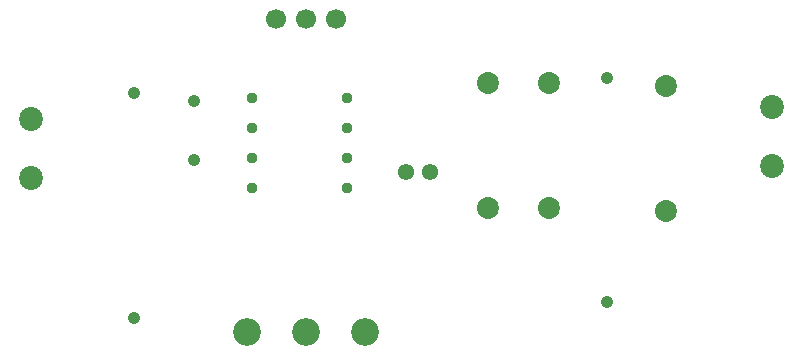
<source format=gts>
G04*
G04 #@! TF.GenerationSoftware,Altium Limited,Altium Designer,20.0.10 (225)*
G04*
G04 Layer_Color=8388736*
%FSLAX25Y25*%
%MOIN*%
G70*
G01*
G75*
%ADD21C,0.07953*%
%ADD22C,0.07323*%
%ADD23C,0.04173*%
%ADD24C,0.05433*%
%ADD25C,0.06693*%
%ADD26C,0.03732*%
%ADD27C,0.04236*%
%ADD28C,0.09213*%
D21*
X263779Y94488D02*
D03*
Y74803D02*
D03*
X16693Y70866D02*
D03*
Y90551D02*
D03*
D22*
X228346Y101575D02*
D03*
Y59842D02*
D03*
X189275Y61024D02*
D03*
Y102756D02*
D03*
X168972D02*
D03*
Y61024D02*
D03*
D23*
X208661Y104331D02*
D03*
Y29528D02*
D03*
X70866Y76772D02*
D03*
X51134Y99213D02*
D03*
Y24409D02*
D03*
D24*
X149606Y72835D02*
D03*
X141732D02*
D03*
D25*
X118307Y124016D02*
D03*
X108268D02*
D03*
X98228D02*
D03*
D26*
X122126Y97716D02*
D03*
Y87717D02*
D03*
Y77716D02*
D03*
Y67716D02*
D03*
X90472D02*
D03*
Y77716D02*
D03*
Y87717D02*
D03*
X90433Y97716D02*
D03*
D27*
X70866Y96457D02*
D03*
D28*
X88583Y19685D02*
D03*
X108268D02*
D03*
X127953D02*
D03*
M02*

</source>
